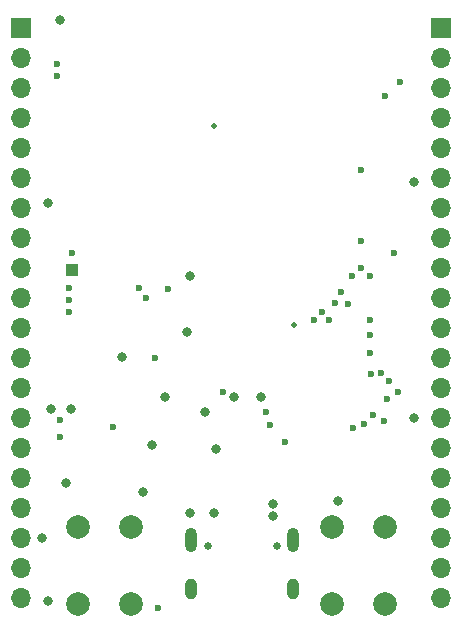
<source format=gbr>
%TF.GenerationSoftware,KiCad,Pcbnew,8.0.1-1.fc39*%
%TF.CreationDate,2024-05-03T11:25:47+02:00*%
%TF.ProjectId,esp32-s3-simple,65737033-322d-4733-932d-73696d706c65,rev?*%
%TF.SameCoordinates,Original*%
%TF.FileFunction,Soldermask,Bot*%
%TF.FilePolarity,Negative*%
%FSLAX46Y46*%
G04 Gerber Fmt 4.6, Leading zero omitted, Abs format (unit mm)*
G04 Created by KiCad (PCBNEW 8.0.1-1.fc39) date 2024-05-03 11:25:47*
%MOMM*%
%LPD*%
G01*
G04 APERTURE LIST*
%ADD10R,1.700000X1.700000*%
%ADD11O,1.700000X1.700000*%
%ADD12C,2.000000*%
%ADD13C,0.650000*%
%ADD14O,1.000000X2.100000*%
%ADD15O,1.000000X1.800000*%
%ADD16R,1.000000X1.000000*%
%ADD17C,0.800000*%
%ADD18C,0.600000*%
%ADD19C,0.500000*%
G04 APERTURE END LIST*
D10*
%TO.C,J2*%
X176250000Y-37250000D03*
D11*
X176250000Y-39790000D03*
X176250000Y-42330000D03*
X176250000Y-44870000D03*
X176250000Y-47410000D03*
X176250000Y-49950000D03*
X176250000Y-52490000D03*
X176250000Y-55030000D03*
X176250000Y-57570000D03*
X176250000Y-60110000D03*
X176250000Y-62650000D03*
X176250000Y-65190000D03*
X176250000Y-67730000D03*
X176250000Y-70270000D03*
X176250000Y-72810000D03*
X176250000Y-75350000D03*
X176250000Y-77890000D03*
X176250000Y-80430000D03*
X176250000Y-82970000D03*
X176250000Y-85510000D03*
%TD*%
D12*
%TO.C,SW1*%
X167000000Y-86000000D03*
X167000000Y-79500000D03*
X171500000Y-86000000D03*
X171500000Y-79500000D03*
%TD*%
D10*
%TO.C,J1*%
X140690000Y-37240000D03*
D11*
X140690000Y-39780000D03*
X140690000Y-42320000D03*
X140690000Y-44860000D03*
X140690000Y-47400000D03*
X140690000Y-49940000D03*
X140690000Y-52480000D03*
X140690000Y-55020000D03*
X140690000Y-57560000D03*
X140690000Y-60100000D03*
X140690000Y-62640000D03*
X140690000Y-65180000D03*
X140690000Y-67720000D03*
X140690000Y-70260000D03*
X140690000Y-72800000D03*
X140690000Y-75340000D03*
X140690000Y-77880000D03*
X140690000Y-80420000D03*
X140690000Y-82960000D03*
X140690000Y-85500000D03*
%TD*%
D12*
%TO.C,SW2*%
X150000000Y-79450000D03*
X150000000Y-85950000D03*
X145500000Y-79450000D03*
X145500000Y-85950000D03*
%TD*%
D13*
%TO.C,J3*%
X156540000Y-81070000D03*
X162320000Y-81070000D03*
D14*
X155110000Y-80570000D03*
D15*
X155110000Y-84750000D03*
D14*
X163750000Y-80570000D03*
D15*
X163750000Y-84750000D03*
%TD*%
D16*
%TO.C,TP1*%
X145000000Y-57750000D03*
%TD*%
D17*
X144500000Y-75750000D03*
X151750000Y-72500000D03*
X143000000Y-52000000D03*
D18*
X143750000Y-40250000D03*
D17*
X151000000Y-76500000D03*
X152850000Y-68450000D03*
D18*
X152250000Y-86350000D03*
D17*
X174000000Y-70250000D03*
D18*
X163000000Y-72250000D03*
D19*
X157000000Y-45500000D03*
D17*
X143250000Y-69500000D03*
D19*
X163800000Y-62350000D03*
D17*
X154750000Y-63000000D03*
X157193016Y-72901500D03*
X149250000Y-65100000D03*
X167500000Y-77250000D03*
X174000000Y-50250000D03*
D18*
X152000000Y-65200000D03*
D17*
X142500000Y-80400000D03*
D18*
X172250000Y-56250000D03*
X171877708Y-67122292D03*
X145000000Y-56250000D03*
X143750000Y-41250000D03*
X148500000Y-71000000D03*
X157750000Y-68000000D03*
D17*
X155000000Y-78250000D03*
X143000000Y-85750000D03*
X162000000Y-78500000D03*
X162000000Y-77500000D03*
X157000000Y-78250000D03*
X144950000Y-69500000D03*
X158750000Y-68500000D03*
X156250000Y-69750000D03*
X144000000Y-36500000D03*
X155000000Y-58250000D03*
X161000000Y-68500000D03*
D18*
X169500000Y-55250000D03*
X169500000Y-49250000D03*
X144750000Y-59250000D03*
X150700000Y-59250000D03*
X144750000Y-60250000D03*
X151300000Y-60050000D03*
X153100000Y-59350000D03*
X144750000Y-61250000D03*
X168800000Y-71100000D03*
X165500000Y-61900000D03*
X169750000Y-70750000D03*
X166169067Y-61290467D03*
X166750000Y-61900000D03*
X170500000Y-70000000D03*
X167250000Y-60500000D03*
X171400000Y-70500000D03*
X171650000Y-68650000D03*
X167750000Y-59600000D03*
X172600000Y-68000000D03*
X168400000Y-60600000D03*
X170250000Y-64750000D03*
X168750000Y-58250000D03*
X170200000Y-63250000D03*
X169500000Y-57500000D03*
X170250000Y-58250000D03*
X170250000Y-61950000D03*
X170300000Y-66550000D03*
X161400000Y-69750000D03*
X171500000Y-43000000D03*
X143950000Y-70400000D03*
X171147292Y-66447292D03*
X143950000Y-71850000D03*
X172750000Y-41750000D03*
X161750000Y-70800000D03*
M02*

</source>
